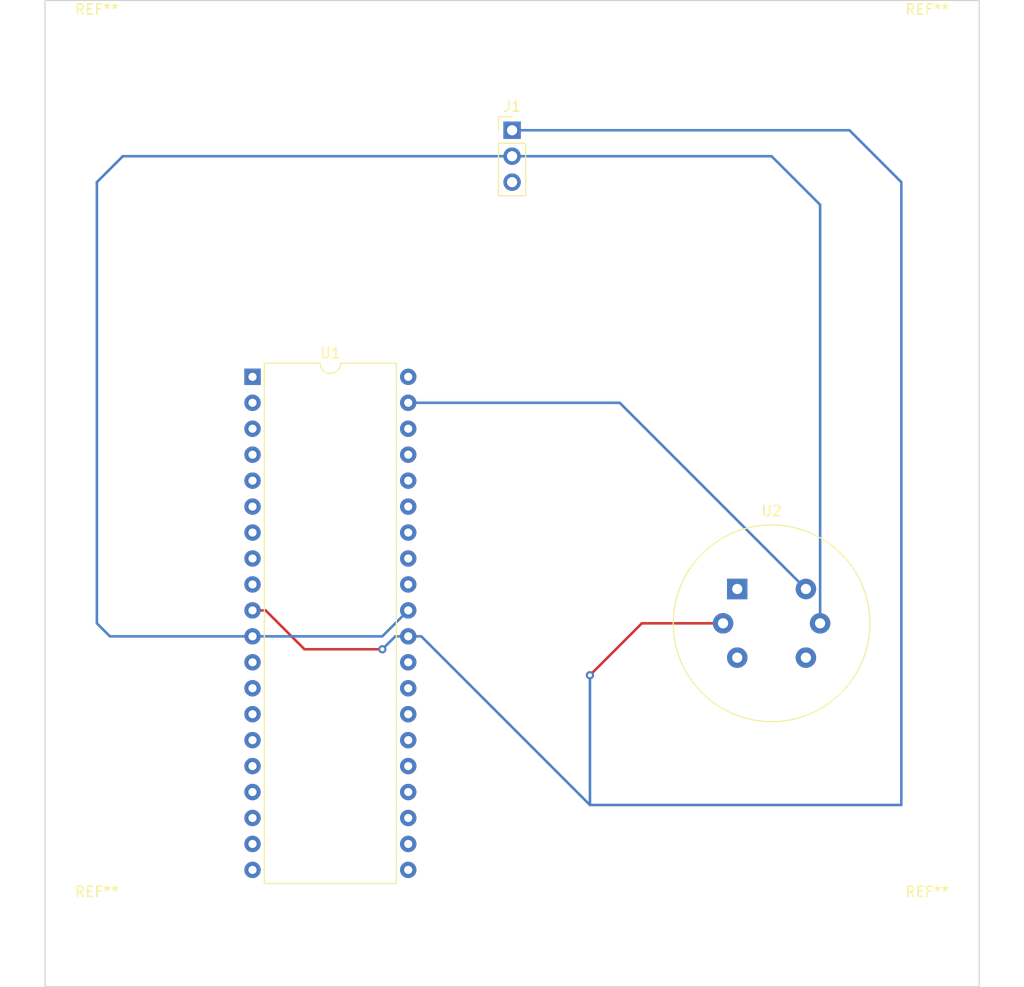
<source format=kicad_pcb>
(kicad_pcb (version 20211014) (generator pcbnew)
  (layers (0 "F.Cu" signal) (31 "B.Cu" signal) (34 "B.Paste" user) (35 "F.Paste" user) (36 "B.SilkS" user "B.Silkscreen") (37 "F.SilkS" user "F.Silkscreen") (38 "B.Mask" user) (39 "F.Mask" user) (44 "Edge.Cuts" user))
  (net 0 "")
  (net 1 "Net-(J1-Pad1)")
  (net 2 "Net-(J1-Pad2)")
  (net 37 "Net-(U1-Pad39)")
  (footprint "Sensor:MQ-6" (layer "F.Cu") (at 169.36 100.78)
    (fp_text reference "U2" (at 3.36 -7.64) (layer "F.SilkS"))
    (fp_text value "MQ-6")
    (fp_circle (center 3.36 3.36) (end 12.985 3.36) (layer "F.SilkS") (width 0.12) (fill none))
    (pad "1" thru_hole rect (at 0 0) (size 2 2) (drill 1) (layers *.Cu *.Mask))
    (pad "2" thru_hole circle (at -1.39 3.36) (size 2 2) (drill 1) (layers *.Cu *.Mask) (net 1 "Net-(J1-Pad1)"))
    (pad "3" thru_hole circle (at 0 6.72 90) (size 2 2) (drill 1) (layers *.Cu *.Mask))
    (pad "4" thru_hole circle (at 6.72 6.72 180) (size 2 2) (drill 1) (layers *.Cu *.Mask))
    (pad "5" thru_hole circle (at 8.11 3.36) (size 2 2) (drill 1) (layers *.Cu *.Mask) (net 2 "Net-(J1-Pad2)"))
    (pad "6" thru_hole circle (at 6.72 0 270) (size 2 2) (drill 1) (layers *.Cu *.Mask) (net 37 "Net-(U1-Pad39)"))
  )
  (footprint "Package_DIP:DIP-40_W15.24mm" (layer "F.Cu") (at 121.915 80.015)
    (fp_text reference "U1" (at 7.62 -2.33) (layer "F.SilkS"))
    (fp_text value "ATmega32-16P")
    (fp_line (start 1.16 49.59) (end 14.08 49.59) (layer "F.SilkS") (width 0.12))
    (fp_line (start 14.08 -1.33) (end 8.62 -1.33) (layer "F.SilkS") (width 0.12))
    (fp_line (start 1.16 -1.33) (end 1.16 49.59) (layer "F.SilkS") (width 0.12))
    (fp_line (start 14.08 49.59) (end 14.08 -1.33) (layer "F.SilkS") (width 0.12))
    (fp_line (start 6.62 -1.33) (end 1.16 -1.33) (layer "F.SilkS") (width 0.12))
    (fp_arc (start 8.62 -1.33) (mid 7.62 -0.33) (end 6.62 -1.33) (layer "F.SilkS") (width 0.12))
    (pad "1" thru_hole rect (at 0 0) (size 1.6 1.6) (drill 0.8) (layers *.Cu *.Mask))
    (pad "2" thru_hole oval (at 0 2.54) (size 1.6 1.6) (drill 0.8) (layers *.Cu *.Mask))
    (pad "3" thru_hole oval (at 0 5.08) (size 1.6 1.6) (drill 0.8) (layers *.Cu *.Mask))
    (pad "4" thru_hole oval (at 0 7.62) (size 1.6 1.6) (drill 0.8) (layers *.Cu *.Mask))
    (pad "5" thru_hole oval (at 0 10.16) (size 1.6 1.6) (drill 0.8) (layers *.Cu *.Mask))
    (pad "6" thru_hole oval (at 0 12.7) (size 1.6 1.6) (drill 0.8) (layers *.Cu *.Mask))
    (pad "7" thru_hole oval (at 0 15.24) (size 1.6 1.6) (drill 0.8) (layers *.Cu *.Mask))
    (pad "8" thru_hole oval (at 0 17.78) (size 1.6 1.6) (drill 0.8) (layers *.Cu *.Mask))
    (pad "9" thru_hole oval (at 0 20.32) (size 1.6 1.6) (drill 0.8) (layers *.Cu *.Mask))
    (pad "10" thru_hole oval (at 0 22.86) (size 1.6 1.6) (drill 0.8) (layers *.Cu *.Mask) (net 1 "Net-(J1-Pad1)"))
    (pad "11" thru_hole oval (at 0 25.4) (size 1.6 1.6) (drill 0.8) (layers *.Cu *.Mask) (net 2 "Net-(J1-Pad2)"))
    (pad "12" thru_hole oval (at 0 27.94) (size 1.6 1.6) (drill 0.8) (layers *.Cu *.Mask))
    (pad "13" thru_hole oval (at 0 30.48) (size 1.6 1.6) (drill 0.8) (layers *.Cu *.Mask))
    (pad "14" thru_hole oval (at 0 33.02) (size 1.6 1.6) (drill 0.8) (layers *.Cu *.Mask))
    (pad "15" thru_hole oval (at 0 35.56) (size 1.6 1.6) (drill 0.8) (layers *.Cu *.Mask))
    (pad "16" thru_hole oval (at 0 38.1) (size 1.6 1.6) (drill 0.8) (layers *.Cu *.Mask))
    (pad "17" thru_hole oval (at 0 40.64) (size 1.6 1.6) (drill 0.8) (layers *.Cu *.Mask))
    (pad "18" thru_hole oval (at 0 43.18) (size 1.6 1.6) (drill 0.8) (layers *.Cu *.Mask))
    (pad "19" thru_hole oval (at 0 45.72) (size 1.6 1.6) (drill 0.8) (layers *.Cu *.Mask))
    (pad "20" thru_hole oval (at 0 48.26) (size 1.6 1.6) (drill 0.8) (layers *.Cu *.Mask))
    (pad "21" thru_hole oval (at 15.24 48.26) (size 1.6 1.6) (drill 0.8) (layers *.Cu *.Mask))
    (pad "22" thru_hole oval (at 15.24 45.72) (size 1.6 1.6) (drill 0.8) (layers *.Cu *.Mask))
    (pad "23" thru_hole oval (at 15.24 43.18) (size 1.6 1.6) (drill 0.8) (layers *.Cu *.Mask))
    (pad "24" thru_hole oval (at 15.24 40.64) (size 1.6 1.6) (drill 0.8) (layers *.Cu *.Mask))
    (pad "25" thru_hole oval (at 15.24 38.1) (size 1.6 1.6) (drill 0.8) (layers *.Cu *.Mask))
    (pad "26" thru_hole oval (at 15.24 35.56) (size 1.6 1.6) (drill 0.8) (layers *.Cu *.Mask))
    (pad "27" thru_hole oval (at 15.24 33.02) (size 1.6 1.6) (drill 0.8) (layers *.Cu *.Mask))
    (pad "28" thru_hole oval (at 15.24 30.48) (size 1.6 1.6) (drill 0.8) (layers *.Cu *.Mask))
    (pad "29" thru_hole oval (at 15.24 27.94) (size 1.6 1.6) (drill 0.8) (layers *.Cu *.Mask))
    (pad "30" thru_hole oval (at 15.24 25.4) (size 1.6 1.6) (drill 0.8) (layers *.Cu *.Mask) (net 1 "Net-(J1-Pad1)"))
    (pad "31" thru_hole oval (at 15.24 22.86) (size 1.6 1.6) (drill 0.8) (layers *.Cu *.Mask) (net 2 "Net-(J1-Pad2)"))
    (pad "32" thru_hole oval (at 15.24 20.32) (size 1.6 1.6) (drill 0.8) (layers *.Cu *.Mask))
    (pad "33" thru_hole oval (at 15.24 17.78) (size 1.6 1.6) (drill 0.8) (layers *.Cu *.Mask))
    (pad "34" thru_hole oval (at 15.24 15.24) (size 1.6 1.6) (drill 0.8) (layers *.Cu *.Mask))
    (pad "35" thru_hole oval (at 15.24 12.7) (size 1.6 1.6) (drill 0.8) (layers *.Cu *.Mask))
    (pad "36" thru_hole oval (at 15.24 10.16) (size 1.6 1.6) (drill 0.8) (layers *.Cu *.Mask))
    (pad "37" thru_hole oval (at 15.24 7.62) (size 1.6 1.6) (drill 0.8) (layers *.Cu *.Mask))
    (pad "38" thru_hole oval (at 15.24 5.08) (size 1.6 1.6) (drill 0.8) (layers *.Cu *.Mask))
    (pad "39" thru_hole oval (at 15.24 2.54) (size 1.6 1.6) (drill 0.8) (layers *.Cu *.Mask) (net 37 "Net-(U1-Pad39)"))
    (pad "40" thru_hole oval (at 15.24 0) (size 1.6 1.6) (drill 0.8) (layers *.Cu *.Mask))
  )
  (footprint "MountingHole:MountingHole_3.2mm_M3" (layer "F.Cu") (at 106.68 48.26)
    (fp_text reference "REF**" (at 0 -4.2) (layer "F.SilkS"))
    (fp_text value "MountingHole_3.2mm_M3")
    (pad "" np_thru_hole circle (at 0 0) (size 3.2 3.2) (drill 3.2) (layers *.Cu *.Mask))
  )
  (footprint "MountingHole:MountingHole_3.2mm_M3" (layer "F.Cu") (at 187.96 134.62)
    (fp_text reference "REF**" (at 0 -4.2) (layer "F.SilkS"))
    (fp_text value "MountingHole_3.2mm_M3")
    (pad "" np_thru_hole circle (at 0 0) (size 3.2 3.2) (drill 3.2) (layers *.Cu *.Mask))
  )
  (footprint "MountingHole:MountingHole_3.2mm_M3" (layer "F.Cu") (at 187.96 48.26)
    (fp_text reference "REF**" (at 0 -4.2) (layer "F.SilkS"))
    (fp_text value "MountingHole_3.2mm_M3")
    (pad "" np_thru_hole circle (at 0 0) (size 3.2 3.2) (drill 3.2) (layers *.Cu *.Mask))
  )
  (footprint "Connector_PinHeader_2.54mm:PinHeader_1x03_P2.54mm_Vertical" (layer "F.Cu") (at 147.32 55.88)
    (fp_text reference "J1" (at 0 -2.33) (layer "F.SilkS"))
    (fp_text value "Conn_01x02")
    (fp_line (start -1.33 1.27) (end -1.33 6.41) (layer "F.SilkS") (width 0.12))
    (fp_line (start -1.33 0) (end -1.33 -1.33) (layer "F.SilkS") (width 0.12))
    (fp_line (start -1.33 -1.33) (end 0 -1.33) (layer "F.SilkS") (width 0.12))
    (fp_line (start 1.33 1.27) (end 1.33 6.41) (layer "F.SilkS") (width 0.12))
    (fp_line (start -1.33 1.27) (end 1.33 1.27) (layer "F.SilkS") (width 0.12))
    (fp_line (start -1.33 6.41) (end 1.33 6.41) (layer "F.SilkS") (width 0.12))
    (pad "1" thru_hole rect (at 0 0) (size 1.7 1.7) (drill 1) (layers *.Cu *.Mask) (net 1 "Net-(J1-Pad1)"))
    (pad "2" thru_hole oval (at 0 2.54) (size 1.7 1.7) (drill 1) (layers *.Cu *.Mask) (net 2 "Net-(J1-Pad2)"))
    (pad "3" thru_hole oval (at 0 5.08) (size 1.7 1.7) (drill 1) (layers *.Cu *.Mask))
  )
  (footprint "MountingHole:MountingHole_3.2mm_M3" (layer "F.Cu") (at 106.68 134.62)
    (fp_text reference "REF**" (at 0 -4.2) (layer "F.SilkS"))
    (fp_text value "MountingHole_3.2mm_M3")
    (pad "" np_thru_hole circle (at 0 0) (size 3.2 3.2) (drill 3.2) (layers *.Cu *.Mask))
  )
  (gr_rect (start 101.6 43.18) (end 193.04 139.7) (layer "Edge.Cuts") (width 0.1) (fill none))
  (segment (start 154.94 109.22) (end 160.02 104.14) (width 0.25) (layer "F.Cu") (net 1))
  (segment (start 134.62 106.68) (end 127 106.68) (width 0.25) (layer "F.Cu") (net 1))
  (segment (start 127 106.68) (end 123.195 102.875) (width 0.25) (layer "F.Cu") (net 1))
  (segment (start 160.02 104.14) (end 167.97 104.14) (width 0.25) (layer "F.Cu") (net 1))
  (segment (start 123.195 102.875) (end 121.915 102.875) (width 0.25) (layer "F.Cu") (net 1))
  (via (at 154.94 109.22) (size 0.8) (drill 0.4) (layers "F.Cu" "B.Cu") (net 1))
  (via (at 134.62 106.68) (size 0.8) (drill 0.4) (layers "F.Cu" "B.Cu") (net 1))
  (segment (start 154.94 121.92) (end 154.94 109.22) (width 0.25) (layer "B.Cu") (net 1))
  (segment (start 147.32 55.88) (end 180.34 55.88) (width 0.25) (layer "B.Cu") (net 1))
  (segment (start 137.155 105.415) (end 135.885 105.415) (width 0.25) (layer "B.Cu") (net 1))
  (segment (start 185.42 121.92) (end 154.94 121.92) (width 0.25) (layer "B.Cu") (net 1))
  (segment (start 138.435 105.415) (end 137.155 105.415) (width 0.25) (layer "B.Cu") (net 1))
  (segment (start 185.42 60.96) (end 185.42 121.92) (width 0.25) (layer "B.Cu") (net 1))
  (segment (start 154.94 121.92) (end 138.435 105.415) (width 0.25) (layer "B.Cu") (net 1))
  (segment (start 135.885 105.415) (end 134.62 106.68) (width 0.25) (layer "B.Cu") (net 1))
  (segment (start 180.34 55.88) (end 185.42 60.96) (width 0.25) (layer "B.Cu") (net 1))
  (segment (start 134.615 105.415) (end 137.155 102.875) (width 0.25) (layer "B.Cu") (net 2))
  (segment (start 106.68 60.96) (end 106.68 104.14) (width 0.25) (layer "B.Cu") (net 2))
  (segment (start 106.68 104.14) (end 107.955 105.415) (width 0.25) (layer "B.Cu") (net 2))
  (segment (start 107.955 105.415) (end 121.915 105.415) (width 0.25) (layer "B.Cu") (net 2))
  (segment (start 147.32 58.42) (end 172.72 58.42) (width 0.25) (layer "B.Cu") (net 2))
  (segment (start 109.22 58.42) (end 106.68 60.96) (width 0.25) (layer "B.Cu") (net 2))
  (segment (start 177.47 63.17) (end 177.47 104.14) (width 0.25) (layer "B.Cu") (net 2))
  (segment (start 121.915 105.415) (end 134.615 105.415) (width 0.25) (layer "B.Cu") (net 2))
  (segment (start 172.72 58.42) (end 177.47 63.17) (width 0.25) (layer "B.Cu") (net 2))
  (segment (start 147.32 58.42) (end 109.22 58.42) (width 0.25) (layer "B.Cu") (net 2))
  (segment (start 176.08 100.78) (end 157.855 82.555) (width 0.25) (layer "B.Cu") (net 37))
  (segment (start 157.855 82.555) (end 137.155 82.555) (width 0.25) (layer "B.Cu") (net 37))
)
</source>
